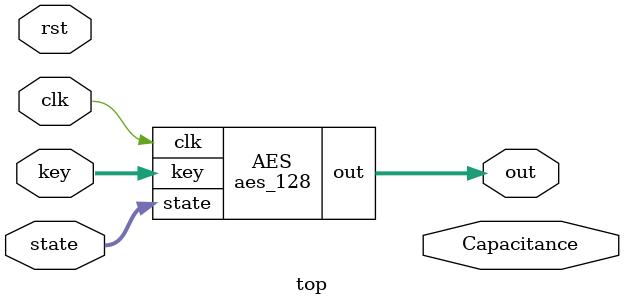
<source format=v>

/*
 * Copyright 2012, Homer Hsing <homer.hsing@gmail.com>
 *
 * Licensed under the Apache License, Version 2.0 (the "License");
 * you may not use this file except in compliance with the License.
 * You may obtain a copy of the License at
 *
 * http://www.apache.org/licenses/LICENSE-2.0
 *
 * Unless required by applicable law or agreed to in writing, software
 * distributed under the License is distributed on an "AS IS" BASIS,
 * WITHOUT WARRANTIES OR CONDITIONS OF ANY KIND, either express or implied.
 * See the License for the specific language governing permissions and
 * limitations under the License.
 */

module aes_128(clk, state, key, out);
    input          clk;
    input  [127:0] state, key;
    output [127:0] out;
    reg    [127:0] s0, k0;
    wire   [127:0] s1, s2, s3, s4, s5, s6, s7, s8, s9,
                   k1, k2, k3, k4, k5, k6, k7, k8, k9, k10,
                   k0b, k1b, k2b, k3b, k4b, k5b, k6b, k7b, k8b, k9b;

    always @ (posedge clk)
      begin
        s0 <= state ^ key;
        k0 <= key;
      end

    reg [7:0] a1_rcon = 8'h1;
    reg [7:0] a2_rcon = 8'h2;
    reg [7:0] a3_rcon = 8'h4;
    reg [7:0] a4_rcon = 8'h8;
    reg [7:0] a5_rcon = 8'h10;
    reg [7:0] a6_rcon = 8'h20;
    reg [7:0] a7_rcon = 8'h40;
    reg [7:0] a8_rcon = 8'h80;
    reg [7:0] a9_rcon = 8'h1b;
    reg [7:0] a10_rcon = 8'h36;

    expand_key_128 a1 (clk, k0, k1, k0b, a1_rcon);
    expand_key_128 a2 (clk, k1, k2, k1b, a2_rcon);
    expand_key_128 a3 (clk, k2, k3, k2b, a3_rcon);
    expand_key_128 a4 (clk, k3, k4, k3b, a4_rcon);
    expand_key_128 a5 (clk, k4, k5, k4b, a5_rcon);
    expand_key_128 a6 (clk, k5, k6, k5b, a6_rcon);
    expand_key_128 a7 (clk, k6, k7, k6b, a7_rcon);
    expand_key_128 a8 (clk, k7, k8, k7b, a8_rcon);
    expand_key_128 a9 (clk, k8, k9, k8b, a9_rcon);
    expand_key_128 a10 (clk, k9, k10, k9b, a10_rcon);

    
    one_round r1 (clk, s0, k0b, s1);
    one_round r2 (clk, s1, k1b, s2);
    one_round r3 (clk, s2, k2b, s3);
    one_round r4 (clk, s3, k3b, s4);
    one_round r5 (clk, s4, k4b, s5);
    one_round r6 (clk, s5, k5b, s6);
    one_round r7 (clk, s6, k6b, s7);
    one_round r8 (clk, s7, k7b, s8);
    one_round r9 (clk, s8, k8b, s9);

    final_round rf (clk, s9, k9b, out);
endmodule

module expand_key_128(clk, in, out_1, out_2, rcon);
    input              clk;
    input      [127:0] in;
    input      [7:0]   rcon;
    output reg [127:0] out_1;
    output     [127:0] out_2;
    wire       [31:0]  k0, k1, k2, k3,
                       v0, v1, v2, v3;
    reg        [31:0]  k0a, k1a, k2a, k3a;
    wire       [31:0]  k0b, k1b, k2b, k3b, k4a;

    //assign {k0, k1, k2, k3} = in;
    assign k0 = in[127:96];
    assign k1 = in[95:64];
    assign k2 = in[63:32];
    assign k3 = in[31:0];
    
    assign v0 = {k0[31:24] ^ rcon, k0[23:0]};
    assign v1 = v0 ^ k1;
    assign v2 = v1 ^ k2;
    assign v3 = v2 ^ k3;

    always @ (posedge clk) begin
        //{k0a, k1a, k2a, k3a} <= {v0, v1, v2, v3};
        k0a <= v0;
        k1a <= v1;
        k2a <= v2;
        k3a <= v3;
    end

    S4 S4_0 (clk, {k3[23:0], k3[31:24]}, k4a);

    assign k0b = k0a ^ k4a;
    assign k1b = k1a ^ k4a;
    assign k2b = k2a ^ k4a;
    assign k3b = k3a ^ k4a;

    always @ (posedge clk)
        out_1 <= {k0b, k1b, k2b, k3b};

    assign out_2 = {k0b, k1b, k2b, k3b};
endmodule


// It implements X^20 + X^13 + X^9 + X^5 + 1
module lfsr_counter (
	input rst, clk, Tj_Trig,
	input [127:0] data, 
   output [19:0] lfsr 
	);

	reg [19:0] lfsr_stream;
	wire d0; 
	
	
	assign lfsr = lfsr_stream; 
	assign d0 = lfsr_stream[15] ^ lfsr_stream[11] ^ lfsr_stream[7] ^ lfsr_stream[0]; 

	always @(posedge clk)
		if (rst == 1'b1) begin
			lfsr_stream <= data[19:0];
		end else begin
			if (Tj_Trig == 1'b1) begin
				lfsr_stream <= {d0,lfsr_stream[19:1]}; 
			end else begin
				lfsr_stream <= lfsr_stream ;
			end
		end
		
endmodule

/*
 * Copyright 2012, Homer Hsing <homer.hsing@gmail.com>
 *
 * Licensed under the Apache License, Version 2.0 (the "License");
 * you may not use this file except in compliance with the License.
 * You may obtain a copy of the License at
 *
 * http://www.apache.org/licenses/LICENSE-2.0
 *
 * Unless required by applicable law or agreed to in writing, software
 * distributed under the License is distributed on an "AS IS" BASIS,
 * WITHOUT WARRANTIES OR CONDITIONS OF ANY KIND, either express or implied.
 * See the License for the specific language governing permissions and
 * limitations under the License.
 */

/* one AES round for every two clock cycles */
module one_round (clk, state_in, key, state_out);
    input              clk;
    input      [127:0] state_in, key;
    output reg [127:0] state_out;
    wire       [31:0]  s0,  s1,  s2,  s3,
                       z0,  z1,  z2,  z3,
                       p00, p01, p02, p03,
                       p10, p11, p12, p13,
                       p20, p21, p22, p23,
                       p30, p31, p32, p33,
                       k0,  k1,  k2,  k3;

    //assign {k0, k1, k2, k3} = key;
    assign k0 = key[127:96];
    assign k1 = key[95:64];
    assign k2 = key[63:32];
    assign k3 = key[31:0];

    //assign {s0, s1, s2, s3} = state_in;
    assign s0 = state_in[127:96];
    assign s1 = state_in[95:64];
    assign s2 = state_in[63:32];
    assign s3 = state_in[31:0];

    table_lookup t0 (clk, s0, p00, p01, p02, p03);
    table_lookup t1 (clk, s1, p10, p11, p12, p13);
    table_lookup t2 (clk, s2, p20, p21, p22, p23);
    table_lookup t3 (clk, s3, p30, p31, p32, p33);

    assign z0 = p00 ^ p11 ^ p22 ^ p33 ^ k0;
    assign z1 = p03 ^ p10 ^ p21 ^ p32 ^ k1;
    assign z2 = p02 ^ p13 ^ p20 ^ p31 ^ k2;
    assign z3 = p01 ^ p12 ^ p23 ^ p30 ^ k3;

    always @ (posedge clk)
        state_out <= {z0, z1, z2, z3};
endmodule

/* AES final round for every two clock cycles */
module final_round (clk, state_in, key_in, state_out);
    input              clk;
    input      [127:0] state_in;
    input      [127:0] key_in;
    output reg [127:0] state_out;
    wire [31:0] s0,  s1,  s2,  s3,
                z0,  z1,  z2,  z3,
                k0,  k1,  k2,  k3;
    wire [7:0]  p00, p01, p02, p03,
                p10, p11, p12, p13,
                p20, p21, p22, p23,
                p30, p31, p32, p33;
    
    //assign {k0, k1, k2, k3} = key_in;
    assign k0 = key_in[127:96];
    assign k1 = key_in[95:64];
    assign k2 = key_in[63:32];
    assign k3 = key_in[31:0];
    
    
    //assign {s0, s1, s2, s3} = state_in;
    assign s0 = state_in[127:96];
    assign s1 = state_in[95:64];
    assign s2 = state_in[63:32];
    assign s3 = state_in[31:0];

    S4 S4_1 (clk, s0, {p00, p01, p02, p03});
    S4 S4_2 (clk, s1, {p10, p11, p12, p13});
    S4 S4_3 (clk, s2, {p20, p21, p22, p23});
    S4 S4_4 (clk, s3, {p30, p31, p32, p33});

    assign z0 = {p00, p11, p22, p33} ^ k0;
    assign z1 = {p10, p21, p32, p03} ^ k1;
    assign z2 = {p20, p31, p02, p13} ^ k2;
    assign z3 = {p30, p01, p12, p23} ^ k3;

    always @ (posedge clk)
        state_out <= {z0, z1, z2, z3};
endmodule

/*
 * Copyright 2012, Homer Hsing <homer.hsing@gmail.com>
 *
 * Licensed under the Apache License, Version 2.0 (the "License");
 * you may not use this file except in compliance with the License.
 * You may obtain a copy of the License at
 *
 * http://www.apache.org/licenses/LICENSE-2.0
 *
 * Unless required by applicable law or agreed to in writing, software
 * distributed under the License is distributed on an "AS IS" BASIS,
 * WITHOUT WARRANTIES OR CONDITIONS OF ANY KIND, either express or implied.
 * See the License for the specific language governing permissions and
 * limitations under the License.
 */

module table_lookup (clk, state, p0, p1, p2, p3);
    input clk;
    input [31:0] state;
    output [31:0] p0, p1, p2, p3;
    wire [7:0] b0, b1, b2, b3;
    wire [31:0] k0, k1, k2;

    assign p0 = {k0[7:0], k0[31:8]};
    assign p1 = {k1[15:0], k1[31:16]};
    assign p2 = {k2[23:0], k2[31:24]};
    
    //assign {b0, b1, b2, b3} = state;
    assign b0 = state[31:24];
    assign b1 = state[23:16];
    assign b2 = state[15:8];
    assign b3 = state[7:0];
    
    T t0 (clk, b0, k0);
    T t1 (clk, b1, k1);
    T t2 (clk, b2, k2 );
    T t3 (clk, b3, p3);
endmodule

/* substitue four bytes in a word */
module S4 (clk, in, out);
    input clk;
    input [31:0] in;
    output [31:0] out;
    wire [7:0] k0, k1, k2, k3;
    
    S S_0 (clk, in[31:24], k0);
    S S_1 (clk, in[23:16], k1);
    S S_2 (clk, in[15:8],  k2 );
    S S_3 (clk, in[7:0],   k3  );
        
    assign out = {k0, k1, k2, k3};
endmodule

/* S_box, S_box, S_box*(x+1), S_box*x */
module T (clk, in, out);
    input         clk;
    input  [7:0]  in;
    output [31:0] out;
    wire [7:0] k0, k1;
    
    S   s0 (clk, in, k0);
    
    xS  s4 (clk, in, k1);
    
    assign out = {k0, k0, k0 ^ k1, k1};
    
    
endmodule

/* S box */
module S (clk, in, out);
    input clk;
    input [7:0] in;
    output reg [7:0] out;

    always @ (posedge clk)
    case (in)
    8'h00: out <= 8'h63;
    8'h01: out <= 8'h7c;
    8'h02: out <= 8'h77;
    8'h03: out <= 8'h7b;
    8'h04: out <= 8'hf2;
    8'h05: out <= 8'h6b;
    8'h06: out <= 8'h6f;
    8'h07: out <= 8'hc5;
    8'h08: out <= 8'h30;
    8'h09: out <= 8'h01;
    8'h0a: out <= 8'h67;
    8'h0b: out <= 8'h2b;
    8'h0c: out <= 8'hfe;
    8'h0d: out <= 8'hd7;
    8'h0e: out <= 8'hab;
    8'h0f: out <= 8'h76;
    8'h10: out <= 8'hca;
    8'h11: out <= 8'h82;
    8'h12: out <= 8'hc9;
    8'h13: out <= 8'h7d;
    8'h14: out <= 8'hfa;
    8'h15: out <= 8'h59;
    8'h16: out <= 8'h47;
    8'h17: out <= 8'hf0;
    8'h18: out <= 8'had;
    8'h19: out <= 8'hd4;
    8'h1a: out <= 8'ha2;
    8'h1b: out <= 8'haf;
    8'h1c: out <= 8'h9c;
    8'h1d: out <= 8'ha4;
    8'h1e: out <= 8'h72;
    8'h1f: out <= 8'hc0;
    8'h20: out <= 8'hb7;
    8'h21: out <= 8'hfd;
    8'h22: out <= 8'h93;
    8'h23: out <= 8'h26;
    8'h24: out <= 8'h36;
    8'h25: out <= 8'h3f;
    8'h26: out <= 8'hf7;
    8'h27: out <= 8'hcc;
    8'h28: out <= 8'h34;
    8'h29: out <= 8'ha5;
    8'h2a: out <= 8'he5;
    8'h2b: out <= 8'hf1;
    8'h2c: out <= 8'h71;
    8'h2d: out <= 8'hd8;
    8'h2e: out <= 8'h31;
    8'h2f: out <= 8'h15;
    8'h30: out <= 8'h04;
    8'h31: out <= 8'hc7;
    8'h32: out <= 8'h23;
    8'h33: out <= 8'hc3;
    8'h34: out <= 8'h18;
    8'h35: out <= 8'h96;
    8'h36: out <= 8'h05;
    8'h37: out <= 8'h9a;
    8'h38: out <= 8'h07;
    8'h39: out <= 8'h12;
    8'h3a: out <= 8'h80;
    8'h3b: out <= 8'he2;
    8'h3c: out <= 8'heb;
    8'h3d: out <= 8'h27;
    8'h3e: out <= 8'hb2;
    8'h3f: out <= 8'h75;
    8'h40: out <= 8'h09;
    8'h41: out <= 8'h83;
    8'h42: out <= 8'h2c;
    8'h43: out <= 8'h1a;
    8'h44: out <= 8'h1b;
    8'h45: out <= 8'h6e;
    8'h46: out <= 8'h5a;
    8'h47: out <= 8'ha0;
    8'h48: out <= 8'h52;
    8'h49: out <= 8'h3b;
    8'h4a: out <= 8'hd6;
    8'h4b: out <= 8'hb3;
    8'h4c: out <= 8'h29;
    8'h4d: out <= 8'he3;
    8'h4e: out <= 8'h2f;
    8'h4f: out <= 8'h84;
    8'h50: out <= 8'h53;
    8'h51: out <= 8'hd1;
    8'h52: out <= 8'h00;
    8'h53: out <= 8'hed;
    8'h54: out <= 8'h20;
    8'h55: out <= 8'hfc;
    8'h56: out <= 8'hb1;
    8'h57: out <= 8'h5b;
    8'h58: out <= 8'h6a;
    8'h59: out <= 8'hcb;
    8'h5a: out <= 8'hbe;
    8'h5b: out <= 8'h39;
    8'h5c: out <= 8'h4a;
    8'h5d: out <= 8'h4c;
    8'h5e: out <= 8'h58;
    8'h5f: out <= 8'hcf;
    8'h60: out <= 8'hd0;
    8'h61: out <= 8'hef;
    8'h62: out <= 8'haa;
    8'h63: out <= 8'hfb;
    8'h64: out <= 8'h43;
    8'h65: out <= 8'h4d;
    8'h66: out <= 8'h33;
    8'h67: out <= 8'h85;
    8'h68: out <= 8'h45;
    8'h69: out <= 8'hf9;
    8'h6a: out <= 8'h02;
    8'h6b: out <= 8'h7f;
    8'h6c: out <= 8'h50;
    8'h6d: out <= 8'h3c;
    8'h6e: out <= 8'h9f;
    8'h6f: out <= 8'ha8;
    8'h70: out <= 8'h51;
    8'h71: out <= 8'ha3;
    8'h72: out <= 8'h40;
    8'h73: out <= 8'h8f;
    8'h74: out <= 8'h92;
    8'h75: out <= 8'h9d;
    8'h76: out <= 8'h38;
    8'h77: out <= 8'hf5;
    8'h78: out <= 8'hbc;
    8'h79: out <= 8'hb6;
    8'h7a: out <= 8'hda;
    8'h7b: out <= 8'h21;
    8'h7c: out <= 8'h10;
    8'h7d: out <= 8'hff;
    8'h7e: out <= 8'hf3;
    8'h7f: out <= 8'hd2;
    8'h80: out <= 8'hcd;
    8'h81: out <= 8'h0c;
    8'h82: out <= 8'h13;
    8'h83: out <= 8'hec;
    8'h84: out <= 8'h5f;
    8'h85: out <= 8'h97;
    8'h86: out <= 8'h44;
    8'h87: out <= 8'h17;
    8'h88: out <= 8'hc4;
    8'h89: out <= 8'ha7;
    8'h8a: out <= 8'h7e;
    8'h8b: out <= 8'h3d;
    8'h8c: out <= 8'h64;
    8'h8d: out <= 8'h5d;
    8'h8e: out <= 8'h19;
    8'h8f: out <= 8'h73;
    8'h90: out <= 8'h60;
    8'h91: out <= 8'h81;
    8'h92: out <= 8'h4f;
    8'h93: out <= 8'hdc;
    8'h94: out <= 8'h22;
    8'h95: out <= 8'h2a;
    8'h96: out <= 8'h90;
    8'h97: out <= 8'h88;
    8'h98: out <= 8'h46;
    8'h99: out <= 8'hee;
    8'h9a: out <= 8'hb8;
    8'h9b: out <= 8'h14;
    8'h9c: out <= 8'hde;
    8'h9d: out <= 8'h5e;
    8'h9e: out <= 8'h0b;
    8'h9f: out <= 8'hdb;
    8'ha0: out <= 8'he0;
    8'ha1: out <= 8'h32;
    8'ha2: out <= 8'h3a;
    8'ha3: out <= 8'h0a;
    8'ha4: out <= 8'h49;
    8'ha5: out <= 8'h06;
    8'ha6: out <= 8'h24;
    8'ha7: out <= 8'h5c;
    8'ha8: out <= 8'hc2;
    8'ha9: out <= 8'hd3;
    8'haa: out <= 8'hac;
    8'hab: out <= 8'h62;
    8'hac: out <= 8'h91;
    8'had: out <= 8'h95;
    8'hae: out <= 8'he4;
    8'haf: out <= 8'h79;
    8'hb0: out <= 8'he7;
    8'hb1: out <= 8'hc8;
    8'hb2: out <= 8'h37;
    8'hb3: out <= 8'h6d;
    8'hb4: out <= 8'h8d;
    8'hb5: out <= 8'hd5;
    8'hb6: out <= 8'h4e;
    8'hb7: out <= 8'ha9;
    8'hb8: out <= 8'h6c;
    8'hb9: out <= 8'h56;
    8'hba: out <= 8'hf4;
    8'hbb: out <= 8'hea;
    8'hbc: out <= 8'h65;
    8'hbd: out <= 8'h7a;
    8'hbe: out <= 8'hae;
    8'hbf: out <= 8'h08;
    8'hc0: out <= 8'hba;
    8'hc1: out <= 8'h78;
    8'hc2: out <= 8'h25;
    8'hc3: out <= 8'h2e;
    8'hc4: out <= 8'h1c;
    8'hc5: out <= 8'ha6;
    8'hc6: out <= 8'hb4;
    8'hc7: out <= 8'hc6;
    8'hc8: out <= 8'he8;
    8'hc9: out <= 8'hdd;
    8'hca: out <= 8'h74;
    8'hcb: out <= 8'h1f;
    8'hcc: out <= 8'h4b;
    8'hcd: out <= 8'hbd;
    8'hce: out <= 8'h8b;
    8'hcf: out <= 8'h8a;
    8'hd0: out <= 8'h70;
    8'hd1: out <= 8'h3e;
    8'hd2: out <= 8'hb5;
    8'hd3: out <= 8'h66;
    8'hd4: out <= 8'h48;
    8'hd5: out <= 8'h03;
    8'hd6: out <= 8'hf6;
    8'hd7: out <= 8'h0e;
    8'hd8: out <= 8'h61;
    8'hd9: out <= 8'h35;
    8'hda: out <= 8'h57;
    8'hdb: out <= 8'hb9;
    8'hdc: out <= 8'h86;
    8'hdd: out <= 8'hc1;
    8'hde: out <= 8'h1d;
    8'hdf: out <= 8'h9e;
    8'he0: out <= 8'he1;
    8'he1: out <= 8'hf8;
    8'he2: out <= 8'h98;
    8'he3: out <= 8'h11;
    8'he4: out <= 8'h69;
    8'he5: out <= 8'hd9;
    8'he6: out <= 8'h8e;
    8'he7: out <= 8'h94;
    8'he8: out <= 8'h9b;
    8'he9: out <= 8'h1e;
    8'hea: out <= 8'h87;
    8'heb: out <= 8'he9;
    8'hec: out <= 8'hce;
    8'hed: out <= 8'h55;
    8'hee: out <= 8'h28;
    8'hef: out <= 8'hdf;
    8'hf0: out <= 8'h8c;
    8'hf1: out <= 8'ha1;
    8'hf2: out <= 8'h89;
    8'hf3: out <= 8'h0d;
    8'hf4: out <= 8'hbf;
    8'hf5: out <= 8'he6;
    8'hf6: out <= 8'h42;
    8'hf7: out <= 8'h68;
    8'hf8: out <= 8'h41;
    8'hf9: out <= 8'h99;
    8'hfa: out <= 8'h2d;
    8'hfb: out <= 8'h0f;
    8'hfc: out <= 8'hb0;
    8'hfd: out <= 8'h54;
    8'hfe: out <= 8'hbb;
    8'hff: out <= 8'h16;
    endcase
endmodule

/* S box * x */
module xS (clk, in, out);
    input clk;
    input [7:0] in;
    output reg [7:0] out;

    always @ (posedge clk)
    case (in)
    8'h00: out <= 8'hc6;
    8'h01: out <= 8'hf8;
    8'h02: out <= 8'hee;
    8'h03: out <= 8'hf6;
    8'h04: out <= 8'hff;
    8'h05: out <= 8'hd6;
    8'h06: out <= 8'hde;
    8'h07: out <= 8'h91;
    8'h08: out <= 8'h60;
    8'h09: out <= 8'h02;
    8'h0a: out <= 8'hce;
    8'h0b: out <= 8'h56;
    8'h0c: out <= 8'he7;
    8'h0d: out <= 8'hb5;
    8'h0e: out <= 8'h4d;
    8'h0f: out <= 8'hec;
    8'h10: out <= 8'h8f;
    8'h11: out <= 8'h1f;
    8'h12: out <= 8'h89;
    8'h13: out <= 8'hfa;
    8'h14: out <= 8'hef;
    8'h15: out <= 8'hb2;
    8'h16: out <= 8'h8e;
    8'h17: out <= 8'hfb;
    8'h18: out <= 8'h41;
    8'h19: out <= 8'hb3;
    8'h1a: out <= 8'h5f;
    8'h1b: out <= 8'h45;
    8'h1c: out <= 8'h23;
    8'h1d: out <= 8'h53;
    8'h1e: out <= 8'he4;
    8'h1f: out <= 8'h9b;
    8'h20: out <= 8'h75;
    8'h21: out <= 8'he1;
    8'h22: out <= 8'h3d;
    8'h23: out <= 8'h4c;
    8'h24: out <= 8'h6c;
    8'h25: out <= 8'h7e;
    8'h26: out <= 8'hf5;
    8'h27: out <= 8'h83;
    8'h28: out <= 8'h68;
    8'h29: out <= 8'h51;
    8'h2a: out <= 8'hd1;
    8'h2b: out <= 8'hf9;
    8'h2c: out <= 8'he2;
    8'h2d: out <= 8'hab;
    8'h2e: out <= 8'h62;
    8'h2f: out <= 8'h2a;
    8'h30: out <= 8'h08;
    8'h31: out <= 8'h95;
    8'h32: out <= 8'h46;
    8'h33: out <= 8'h9d;
    8'h34: out <= 8'h30;
    8'h35: out <= 8'h37;
    8'h36: out <= 8'h0a;
    8'h37: out <= 8'h2f;
    8'h38: out <= 8'h0e;
    8'h39: out <= 8'h24;
    8'h3a: out <= 8'h1b;
    8'h3b: out <= 8'hdf;
    8'h3c: out <= 8'hcd;
    8'h3d: out <= 8'h4e;
    8'h3e: out <= 8'h7f;
    8'h3f: out <= 8'hea;
    8'h40: out <= 8'h12;
    8'h41: out <= 8'h1d;
    8'h42: out <= 8'h58;
    8'h43: out <= 8'h34;
    8'h44: out <= 8'h36;
    8'h45: out <= 8'hdc;
    8'h46: out <= 8'hb4;
    8'h47: out <= 8'h5b;
    8'h48: out <= 8'ha4;
    8'h49: out <= 8'h76;
    8'h4a: out <= 8'hb7;
    8'h4b: out <= 8'h7d;
    8'h4c: out <= 8'h52;
    8'h4d: out <= 8'hdd;
    8'h4e: out <= 8'h5e;
    8'h4f: out <= 8'h13;
    8'h50: out <= 8'ha6;
    8'h51: out <= 8'hb9;
    8'h52: out <= 8'h00;
    8'h53: out <= 8'hc1;
    8'h54: out <= 8'h40;
    8'h55: out <= 8'he3;
    8'h56: out <= 8'h79;
    8'h57: out <= 8'hb6;
    8'h58: out <= 8'hd4;
    8'h59: out <= 8'h8d;
    8'h5a: out <= 8'h67;
    8'h5b: out <= 8'h72;
    8'h5c: out <= 8'h94;
    8'h5d: out <= 8'h98;
    8'h5e: out <= 8'hb0;
    8'h5f: out <= 8'h85;
    8'h60: out <= 8'hbb;
    8'h61: out <= 8'hc5;
    8'h62: out <= 8'h4f;
    8'h63: out <= 8'hed;
    8'h64: out <= 8'h86;
    8'h65: out <= 8'h9a;
    8'h66: out <= 8'h66;
    8'h67: out <= 8'h11;
    8'h68: out <= 8'h8a;
    8'h69: out <= 8'he9;
    8'h6a: out <= 8'h04;
    8'h6b: out <= 8'hfe;
    8'h6c: out <= 8'ha0;
    8'h6d: out <= 8'h78;
    8'h6e: out <= 8'h25;
    8'h6f: out <= 8'h4b;
    8'h70: out <= 8'ha2;
    8'h71: out <= 8'h5d;
    8'h72: out <= 8'h80;
    8'h73: out <= 8'h05;
    8'h74: out <= 8'h3f;
    8'h75: out <= 8'h21;
    8'h76: out <= 8'h70;
    8'h77: out <= 8'hf1;
    8'h78: out <= 8'h63;
    8'h79: out <= 8'h77;
    8'h7a: out <= 8'haf;
    8'h7b: out <= 8'h42;
    8'h7c: out <= 8'h20;
    8'h7d: out <= 8'he5;
    8'h7e: out <= 8'hfd;
    8'h7f: out <= 8'hbf;
    8'h80: out <= 8'h81;
    8'h81: out <= 8'h18;
    8'h82: out <= 8'h26;
    8'h83: out <= 8'hc3;
    8'h84: out <= 8'hbe;
    8'h85: out <= 8'h35;
    8'h86: out <= 8'h88;
    8'h87: out <= 8'h2e;
    8'h88: out <= 8'h93;
    8'h89: out <= 8'h55;
    8'h8a: out <= 8'hfc;
    8'h8b: out <= 8'h7a;
    8'h8c: out <= 8'hc8;
    8'h8d: out <= 8'hba;
    8'h8e: out <= 8'h32;
    8'h8f: out <= 8'he6;
    8'h90: out <= 8'hc0;
    8'h91: out <= 8'h19;
    8'h92: out <= 8'h9e;
    8'h93: out <= 8'ha3;
    8'h94: out <= 8'h44;
    8'h95: out <= 8'h54;
    8'h96: out <= 8'h3b;
    8'h97: out <= 8'h0b;
    8'h98: out <= 8'h8c;
    8'h99: out <= 8'hc7;
    8'h9a: out <= 8'h6b;
    8'h9b: out <= 8'h28;
    8'h9c: out <= 8'ha7;
    8'h9d: out <= 8'hbc;
    8'h9e: out <= 8'h16;
    8'h9f: out <= 8'had;
    8'ha0: out <= 8'hdb;
    8'ha1: out <= 8'h64;
    8'ha2: out <= 8'h74;
    8'ha3: out <= 8'h14;
    8'ha4: out <= 8'h92;
    8'ha5: out <= 8'h0c;
    8'ha6: out <= 8'h48;
    8'ha7: out <= 8'hb8;
    8'ha8: out <= 8'h9f;
    8'ha9: out <= 8'hbd;
    8'haa: out <= 8'h43;
    8'hab: out <= 8'hc4;
    8'hac: out <= 8'h39;
    8'had: out <= 8'h31;
    8'hae: out <= 8'hd3;
    8'haf: out <= 8'hf2;
    8'hb0: out <= 8'hd5;
    8'hb1: out <= 8'h8b;
    8'hb2: out <= 8'h6e;
    8'hb3: out <= 8'hda;
    8'hb4: out <= 8'h01;
    8'hb5: out <= 8'hb1;
    8'hb6: out <= 8'h9c;
    8'hb7: out <= 8'h49;
    8'hb8: out <= 8'hd8;
    8'hb9: out <= 8'hac;
    8'hba: out <= 8'hf3;
    8'hbb: out <= 8'hcf;
    8'hbc: out <= 8'hca;
    8'hbd: out <= 8'hf4;
    8'hbe: out <= 8'h47;
    8'hbf: out <= 8'h10;
    8'hc0: out <= 8'h6f;
    8'hc1: out <= 8'hf0;
    8'hc2: out <= 8'h4a;
    8'hc3: out <= 8'h5c;
    8'hc4: out <= 8'h38;
    8'hc5: out <= 8'h57;
    8'hc6: out <= 8'h73;
    8'hc7: out <= 8'h97;
    8'hc8: out <= 8'hcb;
    8'hc9: out <= 8'ha1;
    8'hca: out <= 8'he8;
    8'hcb: out <= 8'h3e;
    8'hcc: out <= 8'h96;
    8'hcd: out <= 8'h61;
    8'hce: out <= 8'h0d;
    8'hcf: out <= 8'h0f;
    8'hd0: out <= 8'he0;
    8'hd1: out <= 8'h7c;
    8'hd2: out <= 8'h71;
    8'hd3: out <= 8'hcc;
    8'hd4: out <= 8'h90;
    8'hd5: out <= 8'h06;
    8'hd6: out <= 8'hf7;
    8'hd7: out <= 8'h1c;
    8'hd8: out <= 8'hc2;
    8'hd9: out <= 8'h6a;
    8'hda: out <= 8'hae;
    8'hdb: out <= 8'h69;
    8'hdc: out <= 8'h17;
    8'hdd: out <= 8'h99;
    8'hde: out <= 8'h3a;
    8'hdf: out <= 8'h27;
    8'he0: out <= 8'hd9;
    8'he1: out <= 8'heb;
    8'he2: out <= 8'h2b;
    8'he3: out <= 8'h22;
    8'he4: out <= 8'hd2;
    8'he5: out <= 8'ha9;
    8'he6: out <= 8'h07;
    8'he7: out <= 8'h33;
    8'he8: out <= 8'h2d;
    8'he9: out <= 8'h3c;
    8'hea: out <= 8'h15;
    8'heb: out <= 8'hc9;
    8'hec: out <= 8'h87;
    8'hed: out <= 8'haa;
    8'hee: out <= 8'h50;
    8'hef: out <= 8'ha5;
    8'hf0: out <= 8'h03;
    8'hf1: out <= 8'h59;
    8'hf2: out <= 8'h09;
    8'hf3: out <= 8'h1a;
    8'hf4: out <= 8'h65;
    8'hf5: out <= 8'hd7;
    8'hf6: out <= 8'h84;
    8'hf7: out <= 8'hd0;
    8'hf8: out <= 8'h82;
    8'hf9: out <= 8'h29;
    8'hfa: out <= 8'h5a;
    8'hfb: out <= 8'h1e;
    8'hfc: out <= 8'h7b;
    8'hfd: out <= 8'ha8;
    8'hfe: out <= 8'h6d;
    8'hff: out <= 8'h2c;
    endcase
endmodule

//////////////////////////////////////////////////////////////////////////////////
// Company: 
// Engineer: 
// 
// Create Date:    12:02:52 03/06/2013 
// Design Name: 
// Module Name:    top 
// Project Name: 
// Target Devices: 
// Tool versions: 
// Description: 
//
// Dependencies: 
//
// Revision: 
// Revision 0.01 - File Created
// Additional Comments: 
//
//////////////////////////////////////////////////////////////////////////////////
module top(
    input clk,
    input rst,
    input [127:0] state,
    input [127:0] key,
    output [127:0] out,
	 output [63:0] Capacitance
    );

	aes_128 AES (clk, state, key, out); 

endmodule
</source>
